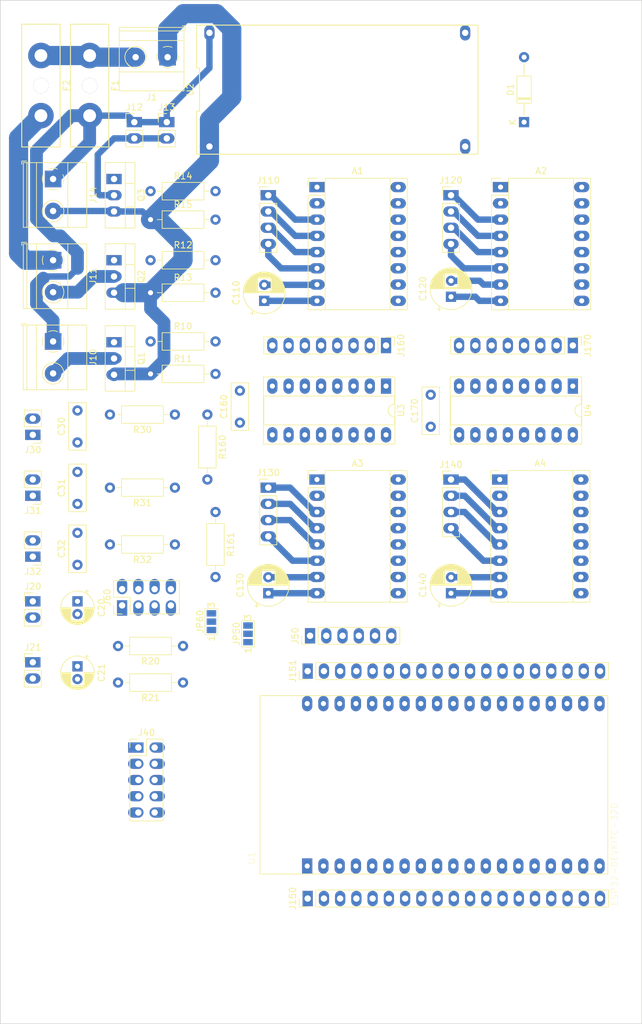
<source format=kicad_pcb>
(kicad_pcb (version 20171130) (host pcbnew "(5.0.2)-1")
  (layers (0 F.Cu signal) (31 B.Cu signal) (34 B.Paste user) (35 F.Paste user) (36 B.SilkS user) (37 F.SilkS user) (38 B.Mask user) (39 F.Mask user) (44 Edge.Cuts user))
  (net 0 "")
  (net 1 GND)
  (net 2 /Q130)
  (net 3 VCC)
  (net 4 "Net-(A1-Pad3)")
  (net 5 "Net-(A1-Pad4)")
  (net 6 "Net-(A1-Pad12)")
  (net 7 "Net-(A1-Pad5)")
  (net 8 "Net-(A1-Pad13)")
  (net 9 "Net-(A1-Pad6)")
  (net 10 "Net-(A1-Pad14)")
  (net 11 /Q128)
  (net 12 +24V)
  (net 13 /Q129)
  (net 14 /Q133)
  (net 15 "Net-(A2-Pad3)")
  (net 16 "Net-(A2-Pad4)")
  (net 17 "Net-(A2-Pad12)")
  (net 18 "Net-(A2-Pad5)")
  (net 19 "Net-(A2-Pad13)")
  (net 20 "Net-(A2-Pad6)")
  (net 21 "Net-(A2-Pad14)")
  (net 22 /Q131)
  (net 23 /Q132)
  (net 24 /Q135)
  (net 25 /Q134)
  (net 26 "Net-(A3-Pad14)")
  (net 27 "Net-(A3-Pad6)")
  (net 28 "Net-(A3-Pad13)")
  (net 29 "Net-(A3-Pad5)")
  (net 30 "Net-(A3-Pad12)")
  (net 31 "Net-(A3-Pad4)")
  (net 32 "Net-(A3-Pad3)")
  (net 33 /Q136)
  (net 34 /Q138)
  (net 35 /Q137)
  (net 36 "Net-(A4-Pad14)")
  (net 37 "Net-(A4-Pad6)")
  (net 38 "Net-(A4-Pad13)")
  (net 39 "Net-(A4-Pad5)")
  (net 40 "Net-(A4-Pad12)")
  (net 41 "Net-(A4-Pad4)")
  (net 42 "Net-(A4-Pad3)")
  (net 43 /Q139)
  (net 44 /BED_T)
  (net 45 /NOZZLE_T)
  (net 46 /X_MIN)
  (net 47 /Y_MIN)
  (net 48 /Z_MIN)
  (net 49 +5V)
  (net 50 +24V2)
  (net 51 "Net-(J10-Pad2)")
  (net 52 "Net-(J11-Pad2)")
  (net 53 "Net-(J12-Pad2)")
  (net 54 /BEEPER)
  (net 55 /BTN_ENC)
  (net 56 /BTN_EN1)
  (net 57 /~RESET)
  (net 58 /BTN_EN2)
  (net 59 /LCD_D4)
  (net 60 /LCD_RS)
  (net 61 /LCD_EN)
  (net 62 "Net-(J50-Pad2)")
  (net 63 /SD_MISO)
  (net 64 /SD_MOSI)
  (net 65 /SD_SCK)
  (net 66 /SD_CS)
  (net 67 "Net-(J60-Pad1)")
  (net 68 "Net-(J60-Pad2)")
  (net 69 "Net-(J60-Pad3)")
  (net 70 "Net-(J60-Pad4)")
  (net 71 "Net-(J60-Pad5)")
  (net 72 "Net-(J60-Pad7)")
  (net 73 /SERVO)
  (net 74 "Net-(J150-Pad18)")
  (net 75 "Net-(J150-Pad17)")
  (net 76 "Net-(J150-Pad16)")
  (net 77 /FAN)
  (net 78 /I2S_DATA)
  (net 79 /I2S_BCK)
  (net 80 /I2S_WS)
  (net 81 "Net-(J151-Pad4)")
  (net 82 "Net-(J151-Pad5)")
  (net 83 /BED)
  (net 84 "Net-(J151-Pad14)")
  (net 85 /NOZZLE)
  (net 86 "Net-(J151-Pad17)")
  (net 87 "Net-(J151-Pad18)")
  (net 88 "Net-(J151-Pad19)")
  (net 89 /Q140)
  (net 90 /Q141)
  (net 91 /Q142)
  (net 92 /Q143)
  (net 93 "Net-(Q1-Pad1)")
  (net 94 "Net-(Q2-Pad1)")
  (net 95 "Net-(Q3-Pad1)")
  (net 96 "Net-(U3-Pad9)")
  (net 97 "Net-(U4-Pad9)")
  (net 98 /PWR_IN)
  (module Felix_Common:SolderJumper-3_P1.3mm_Open_Pad1.0x1.5mm_NumberLabels_Bottom (layer F.Cu) (at 58.42 128.905 90)
    (fp_text reference JP60 (at 0 -1.8 90) (layer F.SilkS))
    (fp_text value PWR_BLT)
    (fp_text user 1 (at -2.6 0 90) (layer F.SilkS))
    (fp_text user 3 (at 2.6 0 90) (layer F.SilkS))
    (pad 1 smd rect (at -1.3 0 90) (size 1 1.5) (layers B.Cu F.Mask) (net 3 VCC))
    (pad 2 smd rect (at 0 0 90) (size 1 1.5) (layers B.Cu F.Mask) (net 68 "Net-(J60-Pad2)"))
    (pad 3 smd rect (at 1.3 0 90) (size 1 1.5) (layers B.Cu F.Mask) (net 49 +5V))
  )
  (module Felix_Common:SolderJumper-3_P1.3mm_Open_Pad1.0x1.5mm_NumberLabels_Bottom (layer F.Cu) (at 64.135 130.81 90)
    (fp_text reference JP50 (at 0 -1.8 90) (layer F.SilkS))
    (fp_text value PWR_SD)
    (fp_text user 3 (at 2.6 0 90) (layer F.SilkS))
    (fp_text user 1 (at -2.6 0 90) (layer F.SilkS))
    (pad 3 smd rect (at 1.3 0 90) (size 1 1.5) (layers B.Cu F.Mask) (net 49 +5V))
    (pad 2 smd rect (at 0 0 90) (size 1 1.5) (layers B.Cu F.Mask) (net 62 "Net-(J50-Pad2)"))
    (pad 1 smd rect (at -1.3 0 90) (size 1 1.5) (layers B.Cu F.Mask) (net 3 VCC))
  )
  (module Felix_Common:TerminalBlock_ScrewTerminal_1x02_P5.00mm_Horizontal (layer F.Cu) (at 33.655 59.69 270)
    (fp_text reference J14 (at 2.5 -6.26 270) (layer F.SilkS))
    (fp_text value FAN_ALWAYS)
    (pad 1 thru_hole rect (at 0 0 270) (size 2.6 2.6) (drill 1) (layers *.Cu *.Mask) (net 12 +24V))
    (pad 2 thru_hole circle (at 5 0 270) (size 2.6 2.6) (drill 1) (layers *.Cu *.Mask) (net 1 GND))
  )
  (module Felix_Common:CP_Radial_D6.3mm_P2.50mm (layer F.Cu) (at 66.675 78.74 90)
    (fp_text reference C110 (at 1.25 -4.4 90) (layer F.SilkS))
    (fp_text value 100uF)
    (pad 2 thru_hole circle (at 2.5 0 90) (size 1.6 1.6) (drill 0.8) (layers *.Cu *.Mask) (net 1 GND))
    (pad 1 thru_hole rect (at 0 0 90) (size 1.6 1.6) (drill 0.8) (layers *.Cu *.Mask) (net 12 +24V))
  )
  (module Felix_Common:CP_Radial_D6.3mm_P2.50mm (layer F.Cu) (at 95.885 78.105 90)
    (fp_text reference C120 (at 1.25 -4.4 90) (layer F.SilkS))
    (fp_text value 100uF)
    (pad 1 thru_hole rect (at 0 0 90) (size 1.6 1.6) (drill 0.8) (layers *.Cu *.Mask) (net 12 +24V))
    (pad 2 thru_hole circle (at 2.5 0 90) (size 1.6 1.6) (drill 0.8) (layers *.Cu *.Mask) (net 1 GND))
  )
  (module Felix_Common:D_DO-35_SOD27_P10.16mm_Horizontal (layer F.Cu) (at 107.315 50.8 90)
    (fp_text reference D1 (at 5.08 -2.12 90) (layer F.SilkS))
    (fp_text value 1N5819)
    (fp_text user K (at 0 -1.8 90) (layer F.SilkS))
    (pad 1 thru_hole rect (at 0 0 90) (size 1.6 1.6) (drill 0.8) (layers *.Cu *.Mask) (net 12 +24V))
    (pad 2 thru_hole oval (at 10.16 0 90) (size 1.6 1.6) (drill 0.8) (layers *.Cu *.Mask) (net 49 +5V))
  )
  (module Felix_Specials:Fuse_ESKA_380.000 (layer F.Cu) (at 31.75 45.085 90)
    (fp_text reference F2 (at 0 4 90) (layer F.SilkS))
    (fp_text value "10A (Bed)")
    (pad "" thru_hole circle (at 0 0 90) (size 2.4 2.4) (drill 2.4) (layers *.Cu *.Mask))
    (pad 2 thru_hole circle (at 4.7 0 90) (size 4 4) (drill 2) (layers *.Cu *.Mask) (net 98 /PWR_IN))
    (pad 1 thru_hole circle (at -4.7 0 90) (size 4 4) (drill 2) (layers *.Cu *.Mask) (net 50 +24V2))
  )
  (module Felix_Common:TerminalBlock_ScrewTerminal_1x02_P5.00mm_Horizontal (layer F.Cu) (at 33.655 72.39 270)
    (fp_text reference J11 (at 2.5 -6.26 270) (layer F.SilkS))
    (fp_text value BED)
    (pad 1 thru_hole rect (at 0 0 270) (size 2.6 2.6) (drill 1) (layers *.Cu *.Mask) (net 50 +24V2))
    (pad 2 thru_hole circle (at 5 0 270) (size 2.6 2.6) (drill 1) (layers *.Cu *.Mask) (net 52 "Net-(J11-Pad2)"))
  )
  (module Felix_Common:PinHeader_1x02_P2.54mm_Vertical_LongPads (layer F.Cu) (at 46.355 50.8)
    (fp_text reference J12 (at 0 -2.33) (layer F.SilkS))
    (fp_text value FAN1)
    (pad 1 thru_hole rect (at 0 0) (size 2.4 1.6) (drill 1) (layers *.Cu *.Mask) (net 12 +24V))
    (pad 2 thru_hole oval (at 0 2.54) (size 2.4 1.6) (drill 1) (layers *.Cu *.Mask) (net 53 "Net-(J12-Pad2)"))
  )
  (module Felix_Specials:Pololu_Breakout-16_15.2x20.3mm_LongPads (layer F.Cu) (at 103.632 60.96)
    (fp_text reference A2 (at 6.35 -2.54) (layer F.SilkS))
    (fp_text value DRIVER_Y)
    (pad 1 thru_hole rect (at 0 0) (size 2.4 1.6) (drill 0.8) (layers *.Cu *.Mask) (net 1 GND))
    (pad 9 thru_hole oval (at 12.7 17.78) (size 2.4 1.6) (drill 0.8) (layers *.Cu *.Mask) (net 14 /Q133))
    (pad 2 thru_hole oval (at 0 2.54) (size 2.4 1.6) (drill 0.8) (layers *.Cu *.Mask) (net 3 VCC))
    (pad 10 thru_hole oval (at 12.7 15.24) (size 2.4 1.6) (drill 0.8) (layers *.Cu *.Mask) (net 3 VCC))
    (pad 3 thru_hole oval (at 0 5.08) (size 2.4 1.6) (drill 0.8) (layers *.Cu *.Mask) (net 15 "Net-(A2-Pad3)"))
    (pad 11 thru_hole oval (at 12.7 12.7) (size 2.4 1.6) (drill 0.8) (layers *.Cu *.Mask) (net 3 VCC))
    (pad 4 thru_hole oval (at 0 7.62) (size 2.4 1.6) (drill 0.8) (layers *.Cu *.Mask) (net 16 "Net-(A2-Pad4)"))
    (pad 12 thru_hole oval (at 12.7 10.16) (size 2.4 1.6) (drill 0.8) (layers *.Cu *.Mask) (net 17 "Net-(A2-Pad12)"))
    (pad 5 thru_hole oval (at 0 10.16) (size 2.4 1.6) (drill 0.8) (layers *.Cu *.Mask) (net 18 "Net-(A2-Pad5)"))
    (pad 13 thru_hole oval (at 12.7 7.62) (size 2.4 1.6) (drill 0.8) (layers *.Cu *.Mask) (net 19 "Net-(A2-Pad13)"))
    (pad 6 thru_hole oval (at 0 12.7) (size 2.4 1.6) (drill 0.8) (layers *.Cu *.Mask) (net 20 "Net-(A2-Pad6)"))
    (pad 14 thru_hole oval (at 12.7 5.08) (size 2.4 1.6) (drill 0.8) (layers *.Cu *.Mask) (net 21 "Net-(A2-Pad14)"))
    (pad 7 thru_hole oval (at 0 15.24) (size 2.4 1.6) (drill 0.8) (layers *.Cu *.Mask) (net 1 GND))
    (pad 15 thru_hole oval (at 12.7 2.54) (size 2.4 1.6) (drill 0.8) (layers *.Cu *.Mask) (net 22 /Q131))
    (pad 8 thru_hole oval (at 0 17.78) (size 2.4 1.6) (drill 0.8) (layers *.Cu *.Mask) (net 12 +24V))
    (pad 16 thru_hole oval (at 12.7 0) (size 2.4 1.6) (drill 0.8) (layers *.Cu *.Mask) (net 23 /Q132))
  )
  (module Felix_Specials:Fuse_ESKA_380.000 (layer F.Cu) (at 39.37 45.085 90)
    (fp_text reference F1 (at 0 4 90) (layer F.SilkS))
    (fp_text value "3A (Rest)")
    (pad 1 thru_hole circle (at -4.7 0 90) (size 4 4) (drill 2) (layers *.Cu *.Mask) (net 12 +24V))
    (pad 2 thru_hole circle (at 4.7 0 90) (size 4 4) (drill 2) (layers *.Cu *.Mask) (net 98 /PWR_IN))
    (pad "" thru_hole circle (at 0 0 90) (size 2.4 2.4) (drill 2.4) (layers *.Cu *.Mask))
  )
  (module Felix_Specials:Pololu_Breakout-16_15.2x20.3mm_LongPads (layer F.Cu) (at 74.93 60.96)
    (fp_text reference A1 (at 6.35 -2.54) (layer F.SilkS))
    (fp_text value DRIVER_X)
    (pad 1 thru_hole rect (at 0 0) (size 2.4 1.6) (drill 0.8) (layers *.Cu *.Mask) (net 1 GND))
    (pad 9 thru_hole oval (at 12.7 17.78) (size 2.4 1.6) (drill 0.8) (layers *.Cu *.Mask) (net 2 /Q130))
    (pad 2 thru_hole oval (at 0 2.54) (size 2.4 1.6) (drill 0.8) (layers *.Cu *.Mask) (net 3 VCC))
    (pad 10 thru_hole oval (at 12.7 15.24) (size 2.4 1.6) (drill 0.8) (layers *.Cu *.Mask) (net 3 VCC))
    (pad 3 thru_hole oval (at 0 5.08) (size 2.4 1.6) (drill 0.8) (layers *.Cu *.Mask) (net 4 "Net-(A1-Pad3)"))
    (pad 11 thru_hole oval (at 12.7 12.7) (size 2.4 1.6) (drill 0.8) (layers *.Cu *.Mask) (net 3 VCC))
    (pad 4 thru_hole oval (at 0 7.62) (size 2.4 1.6) (drill 0.8) (layers *.Cu *.Mask) (net 5 "Net-(A1-Pad4)"))
    (pad 12 thru_hole oval (at 12.7 10.16) (size 2.4 1.6) (drill 0.8) (layers *.Cu *.Mask) (net 6 "Net-(A1-Pad12)"))
    (pad 5 thru_hole oval (at 0 10.16) (size 2.4 1.6) (drill 0.8) (layers *.Cu *.Mask) (net 7 "Net-(A1-Pad5)"))
    (pad 13 thru_hole oval (at 12.7 7.62) (size 2.4 1.6) (drill 0.8) (layers *.Cu *.Mask) (net 8 "Net-(A1-Pad13)"))
    (pad 6 thru_hole oval (at 0 12.7) (size 2.4 1.6) (drill 0.8) (layers *.Cu *.Mask) (net 9 "Net-(A1-Pad6)"))
    (pad 14 thru_hole oval (at 12.7 5.08) (size 2.4 1.6) (drill 0.8) (layers *.Cu *.Mask) (net 10 "Net-(A1-Pad14)"))
    (pad 7 thru_hole oval (at 0 15.24) (size 2.4 1.6) (drill 0.8) (layers *.Cu *.Mask) (net 1 GND))
    (pad 15 thru_hole oval (at 12.7 2.54) (size 2.4 1.6) (drill 0.8) (layers *.Cu *.Mask) (net 11 /Q128))
    (pad 8 thru_hole oval (at 0 17.78) (size 2.4 1.6) (drill 0.8) (layers *.Cu *.Mask) (net 12 +24V))
    (pad 16 thru_hole oval (at 12.7 0) (size 2.4 1.6) (drill 0.8) (layers *.Cu *.Mask) (net 13 /Q129))
  )
  (module Felix_Common:TerminalBlock_ScrewTerminal_1x02_P5.00mm_Horizontal (layer F.Cu) (at 51.562 40.64 180)
    (fp_text reference J1 (at 2.5 -6.26 180) (layer F.SilkS))
    (fp_text value 24V_IN)
    (pad 2 thru_hole circle (at 5 0 180) (size 2.6 2.6) (drill 1) (layers *.Cu *.Mask) (net 98 /PWR_IN))
    (pad 1 thru_hole rect (at 0 0 180) (size 2.6 2.6) (drill 1) (layers *.Cu *.Mask) (net 1 GND))
  )
  (module Felix_Common:PinHeader_1x02_P2.54mm_Vertical_LongPads (layer F.Cu) (at 51.435 50.8)
    (fp_text reference J13 (at 0 -2.33) (layer F.SilkS))
    (fp_text value FAN2)
    (pad 2 thru_hole oval (at 0 2.54) (size 2.4 1.6) (drill 1) (layers *.Cu *.Mask) (net 53 "Net-(J12-Pad2)"))
    (pad 1 thru_hole rect (at 0 0) (size 2.4 1.6) (drill 1) (layers *.Cu *.Mask) (net 12 +24V))
  )
  (module Felix_Common:TerminalBlock_ScrewTerminal_1x02_P5.00mm_Horizontal (layer F.Cu) (at 33.655 85.09 270)
    (fp_text reference J10 (at 2.5 -6.26 270) (layer F.SilkS))
    (fp_text value NOZZLE)
    (pad 2 thru_hole circle (at 5 0 270) (size 2.6 2.6) (drill 1) (layers *.Cu *.Mask) (net 51 "Net-(J10-Pad2)"))
    (pad 1 thru_hole rect (at 0 0 270) (size 2.6 2.6) (drill 1) (layers *.Cu *.Mask) (net 12 +24V))
  )
  (module Felix_Common:PinHeader_1x04_P2.54mm_Vertical_LongPads (layer F.Cu) (at 67.31 62.23)
    (fp_text reference J110 (at 0 -2.33) (layer F.SilkS))
    (fp_text value MOTOR_X)
    (pad 4 thru_hole oval (at 0 7.62) (size 2.4 1.6) (drill 1) (layers *.Cu *.Mask) (net 9 "Net-(A1-Pad6)"))
    (pad 3 thru_hole oval (at 0 5.08) (size 2.4 1.6) (drill 1) (layers *.Cu *.Mask) (net 7 "Net-(A1-Pad5)"))
    (pad 2 thru_hole oval (at 0 2.54) (size 2.4 1.6) (drill 1) (layers *.Cu *.Mask) (net 5 "Net-(A1-Pad4)"))
    (pad 1 thru_hole rect (at 0 0) (size 2.4 1.6) (drill 1) (layers *.Cu *.Mask) (net 4 "Net-(A1-Pad3)"))
  )
  (module Felix_Common:PinHeader_1x04_P2.54mm_Vertical_LongPads (layer F.Cu) (at 95.885 62.23)
    (fp_text reference J120 (at 0 -2.33) (layer F.SilkS))
    (fp_text value MOTOR_Y)
    (pad 1 thru_hole rect (at 0 0) (size 2.4 1.6) (drill 1) (layers *.Cu *.Mask) (net 15 "Net-(A2-Pad3)"))
    (pad 2 thru_hole oval (at 0 2.54) (size 2.4 1.6) (drill 1) (layers *.Cu *.Mask) (net 16 "Net-(A2-Pad4)"))
    (pad 3 thru_hole oval (at 0 5.08) (size 2.4 1.6) (drill 1) (layers *.Cu *.Mask) (net 18 "Net-(A2-Pad5)"))
    (pad 4 thru_hole oval (at 0 7.62) (size 2.4 1.6) (drill 1) (layers *.Cu *.Mask) (net 20 "Net-(A2-Pad6)"))
  )
  (module Felix_Common:TO-220-3_Vertical_LongPads (layer F.Cu) (at 43.18 72.39 270)
    (fp_text reference Q2 (at 2.54 -4.27 270) (layer F.SilkS))
    (fp_text value IRLB8743)
    (pad 1 thru_hole rect (at 0 0 270) (size 1.6 2.4) (drill 1) (layers *.Cu *.Mask) (net 94 "Net-(Q2-Pad1)"))
    (pad 2 thru_hole oval (at 2.54 0 270) (size 1.6 2.4) (drill 1) (layers *.Cu *.Mask) (net 52 "Net-(J11-Pad2)"))
    (pad 3 thru_hole oval (at 5.08 0 270) (size 1.6 2.4) (drill 1) (layers *.Cu *.Mask) (net 1 GND))
  )
  (module Felix_Common:R_Axial_DIN0207_L6.3mm_D2.5mm_P10.16mm_Horizontal (layer F.Cu) (at 48.895 85.09)
    (fp_text reference R10 (at 5.08 -2.37) (layer F.SilkS))
    (fp_text value 10)
    (pad 2 thru_hole oval (at 10.16 0) (size 1.6 1.6) (drill 0.8) (layers *.Cu *.Mask) (net 85 /NOZZLE))
    (pad 1 thru_hole circle (at 0 0) (size 1.6 1.6) (drill 0.8) (layers *.Cu *.Mask) (net 93 "Net-(Q1-Pad1)"))
  )
  (module Felix_Common:R_Axial_DIN0207_L6.3mm_D2.5mm_P10.16mm_Horizontal (layer F.Cu) (at 48.895 90.17)
    (fp_text reference R11 (at 5.08 -2.37) (layer F.SilkS))
    (fp_text value 100k)
    (pad 2 thru_hole oval (at 10.16 0) (size 1.6 1.6) (drill 0.8) (layers *.Cu *.Mask) (net 85 /NOZZLE))
    (pad 1 thru_hole circle (at 0 0) (size 1.6 1.6) (drill 0.8) (layers *.Cu *.Mask) (net 1 GND))
  )
  (module Felix_Common:TO-220-3_Vertical_LongPads (layer F.Cu) (at 43.18 85.217 270)
    (fp_text reference Q1 (at 2.54 -4.27 270) (layer F.SilkS))
    (fp_text value IRLZ44N)
    (pad 3 thru_hole oval (at 5.08 0 270) (size 1.6 2.4) (drill 1) (layers *.Cu *.Mask) (net 1 GND))
    (pad 2 thru_hole oval (at 2.54 0 270) (size 1.6 2.4) (drill 1) (layers *.Cu *.Mask) (net 51 "Net-(J10-Pad2)"))
    (pad 1 thru_hole rect (at 0 0 270) (size 1.6 2.4) (drill 1) (layers *.Cu *.Mask) (net 93 "Net-(Q1-Pad1)"))
  )
  (module Felix_Common:TO-220-3_Vertical_LongPads (layer F.Cu) (at 43.18 59.69 270)
    (fp_text reference Q3 (at 2.54 -4.27 270) (layer F.SilkS))
    (fp_text value IRLZ44N)
    (pad 1 thru_hole rect (at 0 0 270) (size 1.6 2.4) (drill 1) (layers *.Cu *.Mask) (net 95 "Net-(Q3-Pad1)"))
    (pad 2 thru_hole oval (at 2.54 0 270) (size 1.6 2.4) (drill 1) (layers *.Cu *.Mask) (net 53 "Net-(J12-Pad2)"))
    (pad 3 thru_hole oval (at 5.08 0 270) (size 1.6 2.4) (drill 1) (layers *.Cu *.Mask) (net 1 GND))
  )
  (module Felix_Common:PinHeader_1x08_P2.54mm_Vertical_LongPads (layer F.Cu) (at 114.935 85.725 270)
    (fp_text reference J170 (at 0 -2.33 270) (layer F.SilkS))
    (fp_text value Conn_01x08)
    (pad 1 thru_hole rect (at 0 0 270) (size 2.4 1.6) (drill 1) (layers *.Cu *.Mask) (net 33 /Q136))
    (pad 2 thru_hole oval (at 0 2.54 270) (size 2.4 1.6) (drill 1) (layers *.Cu *.Mask) (net 35 /Q137))
    (pad 3 thru_hole oval (at 0 5.08 270) (size 2.4 1.6) (drill 1) (layers *.Cu *.Mask) (net 34 /Q138))
    (pad 4 thru_hole oval (at 0 7.62 270) (size 2.4 1.6) (drill 1) (layers *.Cu *.Mask) (net 43 /Q139))
    (pad 5 thru_hole oval (at 0 10.16 270) (size 2.4 1.6) (drill 1) (layers *.Cu *.Mask) (net 89 /Q140))
    (pad 6 thru_hole oval (at 0 12.7 270) (size 2.4 1.6) (drill 1) (layers *.Cu *.Mask) (net 90 /Q141))
    (pad 7 thru_hole oval (at 0 15.24 270) (size 2.4 1.6) (drill 1) (layers *.Cu *.Mask) (net 91 /Q142))
    (pad 8 thru_hole oval (at 0 17.78 270) (size 2.4 1.6) (drill 1) (layers *.Cu *.Mask) (net 92 /Q143))
  )
  (module Felix_Common:PinHeader_1x08_P2.54mm_Vertical_LongPads (layer F.Cu) (at 85.725 85.725 270)
    (fp_text reference J160 (at 0 -2.33 270) (layer F.SilkS))
    (fp_text value Conn_01x08)
    (pad 8 thru_hole oval (at 0 17.78 270) (size 2.4 1.6) (drill 1) (layers *.Cu *.Mask) (net 24 /Q135))
    (pad 7 thru_hole oval (at 0 15.24 270) (size 2.4 1.6) (drill 1) (layers *.Cu *.Mask) (net 25 /Q134))
    (pad 6 thru_hole oval (at 0 12.7 270) (size 2.4 1.6) (drill 1) (layers *.Cu *.Mask) (net 14 /Q133))
    (pad 5 thru_hole oval (at 0 10.16 270) (size 2.4 1.6) (drill 1) (layers *.Cu *.Mask) (net 23 /Q132))
    (pad 4 thru_hole oval (at 0 7.62 270) (size 2.4 1.6) (drill 1) (layers *.Cu *.Mask) (net 22 /Q131))
    (pad 3 thru_hole oval (at 0 5.08 270) (size 2.4 1.6) (drill 1) (layers *.Cu *.Mask) (net 2 /Q130))
    (pad 2 thru_hole oval (at 0 2.54 270) (size 2.4 1.6) (drill 1) (layers *.Cu *.Mask) (net 13 /Q129))
    (pad 1 thru_hole rect (at 0 0 270) (size 2.4 1.6) (drill 1) (layers *.Cu *.Mask) (net 11 /Q128))
  )
  (module Felix_Common:R_Axial_DIN0207_L6.3mm_D2.5mm_P10.16mm_Horizontal (layer F.Cu) (at 48.895 61.595)
    (fp_text reference R14 (at 5.08 -2.37) (layer F.SilkS))
    (fp_text value 10)
    (pad 1 thru_hole circle (at 0 0) (size 1.6 1.6) (drill 0.8) (layers *.Cu *.Mask) (net 95 "Net-(Q3-Pad1)"))
    (pad 2 thru_hole oval (at 10.16 0) (size 1.6 1.6) (drill 0.8) (layers *.Cu *.Mask) (net 77 /FAN))
  )
  (module Felix_Common:R_Axial_DIN0207_L6.3mm_D2.5mm_P10.16mm_Horizontal (layer F.Cu) (at 48.895 66.04)
    (fp_text reference R15 (at 5.08 -2.37) (layer F.SilkS))
    (fp_text value 100k)
    (pad 1 thru_hole circle (at 0 0) (size 1.6 1.6) (drill 0.8) (layers *.Cu *.Mask) (net 1 GND))
    (pad 2 thru_hole oval (at 10.16 0) (size 1.6 1.6) (drill 0.8) (layers *.Cu *.Mask) (net 77 /FAN))
  )
  (module Felix_Common:R_Axial_DIN0207_L6.3mm_D2.5mm_P10.16mm_Horizontal (layer F.Cu) (at 48.895 72.39)
    (fp_text reference R12 (at 5.08 -2.37) (layer F.SilkS))
    (fp_text value 10)
    (pad 2 thru_hole oval (at 10.16 0) (size 1.6 1.6) (drill 0.8) (layers *.Cu *.Mask) (net 83 /BED))
    (pad 1 thru_hole circle (at 0 0) (size 1.6 1.6) (drill 0.8) (layers *.Cu *.Mask) (net 94 "Net-(Q2-Pad1)"))
  )
  (module Felix_Common:R_Axial_DIN0207_L6.3mm_D2.5mm_P10.16mm_Horizontal (layer F.Cu) (at 48.895 77.47)
    (fp_text reference R13 (at 5.08 -2.37) (layer F.SilkS))
    (fp_text value 100k)
    (pad 1 thru_hole circle (at 0 0) (size 1.6 1.6) (drill 0.8) (layers *.Cu *.Mask) (net 1 GND))
    (pad 2 thru_hole oval (at 10.16 0) (size 1.6 1.6) (drill 0.8) (layers *.Cu *.Mask) (net 83 /BED))
  )
  (module Felix_Specials:Module_LM2596_DC-DC (layer F.Cu) (at 78.105 45.72)
    (fp_text reference U2 (at -23 0 90) (layer F.SilkS))
    (fp_text value DcStepDown_LM2596)
    (pad 1 thru_hole oval (at -20 -8.89) (size 1.6 2.4) (drill 1) (layers *.Cu *.Mask) (net 12 +24V))
    (pad 2 thru_hole oval (at -20 8.89) (size 1.6 2.4) (drill 1) (layers *.Cu *.Mask) (net 1 GND))
    (pad 3 thru_hole oval (at 20 -8.89) (size 1.6 2.4) (drill 1) (layers *.Cu *.Mask) (net 49 +5V))
    (pad 4 thru_hole oval (at 20 8.89) (size 1.6 2.4) (drill 1) (layers *.Cu *.Mask) (net 1 GND))
  )
  (module Felix_Specials:Pololu_Breakout-16_15.2x20.3mm_LongPads (layer F.Cu) (at 103.505 106.68)
    (fp_text reference A4 (at 6.35 -2.54) (layer F.SilkS))
    (fp_text value DRIVER_E)
    (pad 16 thru_hole oval (at 12.7 0) (size 2.4 1.6) (drill 0.8) (layers *.Cu *.Mask) (net 34 /Q138))
    (pad 8 thru_hole oval (at 0 17.78) (size 2.4 1.6) (drill 0.8) (layers *.Cu *.Mask) (net 12 +24V))
    (pad 15 thru_hole oval (at 12.7 2.54) (size 2.4 1.6) (drill 0.8) (layers *.Cu *.Mask) (net 35 /Q137))
    (pad 7 thru_hole oval (at 0 15.24) (size 2.4 1.6) (drill 0.8) (layers *.Cu *.Mask) (net 1 GND))
    (pad 14 thru_hole oval (at 12.7 5.08) (size 2.4 1.6) (drill 0.8) (layers *.Cu *.Mask) (net 36 "Net-(A4-Pad14)"))
    (pad 6 thru_hole oval (at 0 12.7) (size 2.4 1.6) (drill 0.8) (layers *.Cu *.Mask) (net 37 "Net-(A4-Pad6)"))
    (pad 13 thru_hole oval (at 12.7 7.62) (size 2.4 1.6) (drill 0.8) (layers *.Cu *.Mask) (net 38 "Net-(A4-Pad13)"))
    (pad 5 thru_hole oval (at 0 10.16) (size 2.4 1.6) (drill 0.8) (layers *.Cu *.Mask) (net 39 "Net-(A4-Pad5)"))
    (pad 12 thru_hole oval (at 12.7 10.16) (size 2.4 1.6) (drill 0.8) (layers *.Cu *.Mask) (net 40 "Net-(A4-Pad12)"))
    (pad 4 thru_hole oval (at 0 7.62) (size 2.4 1.6) (drill 0.8) (layers *.Cu *.Mask) (net 41 "Net-(A4-Pad4)"))
    (pad 11 thru_hole oval (at 12.7 12.7) (size 2.4 1.6) (drill 0.8) (layers *.Cu *.Mask) (net 3 VCC))
    (pad 3 thru_hole oval (at 0 5.08) (size 2.4 1.6) (drill 0.8) (layers *.Cu *.Mask) (net 42 "Net-(A4-Pad3)"))
    (pad 10 thru_hole oval (at 12.7 15.24) (size 2.4 1.6) (drill 0.8) (layers *.Cu *.Mask) (net 3 VCC))
    (pad 2 thru_hole oval (at 0 2.54) (size 2.4 1.6) (drill 0.8) (layers *.Cu *.Mask) (net 3 VCC))
    (pad 9 thru_hole oval (at 12.7 17.78) (size 2.4 1.6) (drill 0.8) (layers *.Cu *.Mask) (net 43 /Q139))
    (pad 1 thru_hole rect (at 0 0) (size 2.4 1.6) (drill 0.8) (layers *.Cu *.Mask) (net 1 GND))
  )
  (module Felix_Common:CP_Radial_D6.3mm_P2.50mm (layer F.Cu) (at 95.885 124.46 90)
    (fp_text reference C140 (at 1.25 -4.4 90) (layer F.SilkS))
    (fp_text value 100uF)
    (pad 1 thru_hole rect (at 0 0 90) (size 1.6 1.6) (drill 0.8) (layers *.Cu *.Mask) (net 12 +24V))
    (pad 2 thru_hole circle (at 2.5 0 90) (size 1.6 1.6) (drill 0.8) (layers *.Cu *.Mask) (net 1 GND))
  )
  (module Felix_Common:PinHeader_1x04_P2.54mm_Vertical_LongPads (layer F.Cu) (at 95.885 106.68)
    (fp_text reference J140 (at 0 -2.33) (layer F.SilkS))
    (fp_text value MOTOR_E)
    (pad 1 thru_hole rect (at 0 0) (size 2.4 1.6) (drill 1) (layers *.Cu *.Mask) (net 42 "Net-(A4-Pad3)"))
    (pad 2 thru_hole oval (at 0 2.54) (size 2.4 1.6) (drill 1) (layers *.Cu *.Mask) (net 41 "Net-(A4-Pad4)"))
    (pad 3 thru_hole oval (at 0 5.08) (size 2.4 1.6) (drill 1) (layers *.Cu *.Mask) (net 39 "Net-(A4-Pad5)"))
    (pad 4 thru_hole oval (at 0 7.62) (size 2.4 1.6) (drill 1) (layers *.Cu *.Mask) (net 37 "Net-(A4-Pad6)"))
  )
  (module Felix_Specials:Pololu_Breakout-16_15.2x20.3mm_LongPads (layer F.Cu) (at 74.93 106.68)
    (fp_text reference A3 (at 6.35 -2.54) (layer F.SilkS))
    (fp_text value DRIVER_Z)
    (pad 16 thru_hole oval (at 12.7 0) (size 2.4 1.6) (drill 0.8) (layers *.Cu *.Mask) (net 24 /Q135))
    (pad 8 thru_hole oval (at 0 17.78) (size 2.4 1.6) (drill 0.8) (layers *.Cu *.Mask) (net 12 +24V))
    (pad 15 thru_hole oval (at 12.7 2.54) (size 2.4 1.6) (drill 0.8) (layers *.Cu *.Mask) (net 25 /Q134))
    (pad 7 thru_hole oval (at 0 15.24) (size 2.4 1.6) (drill 0.8) (layers *.Cu *.Mask) (net 1 GND))
    (pad 14 thru_hole oval (at 12.7 5.08) (size 2.4 1.6) (drill 0.8) (layers *.Cu *.Mask) (net 26 "Net-(A3-Pad14)"))
    (pad 6 thru_hole oval (at 0 12.7) (size 2.4 1.6) (drill 0.8) (layers *.Cu *.Mask) (net 27 "Net-(A3-Pad6)"))
    (pad 13 thru_hole oval (at 12.7 7.62) (size 2.4 1.6) (drill 0.8) (layers *.Cu *.Mask) (net 28 "Net-(A3-Pad13)"))
    (pad 5 thru_hole oval (at 0 10.16) (size 2.4 1.6) (drill 0.8) (layers *.Cu *.Mask) (net 29 "Net-(A3-Pad5)"))
    (pad 12 thru_hole oval (at 12.7 10.16) (size 2.4 1.6) (drill 0.8) (layers *.Cu *.Mask) (net 30 "Net-(A3-Pad12)"))
    (pad 4 thru_hole oval (at 0 7.62) (size 2.4 1.6) (drill 0.8) (layers *.Cu *.Mask) (net 31 "Net-(A3-Pad4)"))
    (pad 11 thru_hole oval (at 12.7 12.7) (size 2.4 1.6) (drill 0.8) (layers *.Cu *.Mask) (net 3 VCC))
    (pad 3 thru_hole oval (at 0 5.08) (size 2.4 1.6) (drill 0.8) (layers *.Cu *.Mask) (net 32 "Net-(A3-Pad3)"))
    (pad 10 thru_hole oval (at 12.7 15.24) (size 2.4 1.6) (drill 0.8) (layers *.Cu *.Mask) (net 3 VCC))
    (pad 2 thru_hole oval (at 0 2.54) (size 2.4 1.6) (drill 0.8) (layers *.Cu *.Mask) (net 3 VCC))
    (pad 9 thru_hole oval (at 12.7 17.78) (size 2.4 1.6) (drill 0.8) (layers *.Cu *.Mask) (net 33 /Q136))
    (pad 1 thru_hole rect (at 0 0) (size 2.4 1.6) (drill 0.8) (layers *.Cu *.Mask) (net 1 GND))
  )
  (module Felix_Common:CP_Radial_D6.3mm_P2.50mm (layer F.Cu) (at 67.31 124.46 90)
    (fp_text reference C130 (at 1.25 -4.4 90) (layer F.SilkS))
    (fp_text value 100uF)
    (pad 2 thru_hole circle (at 2.5 0 90) (size 1.6 1.6) (drill 0.8) (layers *.Cu *.Mask) (net 1 GND))
    (pad 1 thru_hole rect (at 0 0 90) (size 1.6 1.6) (drill 0.8) (layers *.Cu *.Mask) (net 12 +24V))
  )
  (module Felix_Common:PinHeader_1x04_P2.54mm_Vertical_LongPads (layer F.Cu) (at 67.31 107.95)
    (fp_text reference J130 (at 0 -2.33) (layer F.SilkS))
    (fp_text value MOTOR_Z)
    (pad 4 thru_hole oval (at 0 7.62) (size 2.4 1.6) (drill 1) (layers *.Cu *.Mask) (net 27 "Net-(A3-Pad6)"))
    (pad 3 thru_hole oval (at 0 5.08) (size 2.4 1.6) (drill 1) (layers *.Cu *.Mask) (net 29 "Net-(A3-Pad5)"))
    (pad 2 thru_hole oval (at 0 2.54) (size 2.4 1.6) (drill 1) (layers *.Cu *.Mask) (net 31 "Net-(A3-Pad4)"))
    (pad 1 thru_hole rect (at 0 0) (size 2.4 1.6) (drill 1) (layers *.Cu *.Mask) (net 32 "Net-(A3-Pad3)"))
  )
  (module Felix_Common:PinHeader_1x06_P2.54mm_Vertical_LongPads (layer F.Cu) (at 73.843335 131.115806 90)
    (fp_text reference J50 (at 0 -2.33 90) (layer F.SilkS))
    (fp_text value SD_Card)
    (pad 1 thru_hole rect (at 0 0 90) (size 2.4 1.6) (drill 1) (layers *.Cu *.Mask) (net 1 GND))
    (pad 2 thru_hole oval (at 0 2.54 90) (size 2.4 1.6) (drill 1) (layers *.Cu *.Mask) (net 62 "Net-(J50-Pad2)"))
    (pad 3 thru_hole oval (at 0 5.08 90) (size 2.4 1.6) (drill 1) (layers *.Cu *.Mask) (net 63 /SD_MISO))
    (pad 4 thru_hole oval (at 0 7.62 90) (size 2.4 1.6) (drill 1) (layers *.Cu *.Mask) (net 64 /SD_MOSI))
    (pad 5 thru_hole oval (at 0 10.16 90) (size 2.4 1.6) (drill 1) (layers *.Cu *.Mask) (net 65 /SD_SCK))
    (pad 6 thru_hole oval (at 0 12.7 90) (size 2.4 1.6) (drill 1) (layers *.Cu *.Mask) (net 66 /SD_CS))
  )
  (module Felix_Common:PinHeader_1x19_P2.54mm_Vertical_LongPads (layer F.Cu) (at 73.468334 172.200807 90)
    (fp_text reference J150 (at 0 -2.33 90) (layer F.SilkS))
    (fp_text value Conn_01x19)
    (pad 19 thru_hole oval (at 0 45.72 90) (size 2.4 1.6) (drill 1) (layers *.Cu *.Mask) (net 49 +5V))
    (pad 18 thru_hole oval (at 0 43.18 90) (size 2.4 1.6) (drill 1) (layers *.Cu *.Mask) (net 74 "Net-(J150-Pad18)"))
    (pad 17 thru_hole oval (at 0 40.64 90) (size 2.4 1.6) (drill 1) (layers *.Cu *.Mask) (net 75 "Net-(J150-Pad17)"))
    (pad 16 thru_hole oval (at 0 38.1 90) (size 2.4 1.6) (drill 1) (layers *.Cu *.Mask) (net 76 "Net-(J150-Pad16)"))
    (pad 15 thru_hole oval (at 0 35.56 90) (size 2.4 1.6) (drill 1) (layers *.Cu *.Mask) (net 77 /FAN))
    (pad 14 thru_hole oval (at 0 33.02 90) (size 2.4 1.6) (drill 1) (layers *.Cu *.Mask) (net 1 GND))
    (pad 13 thru_hole oval (at 0 30.48 90) (size 2.4 1.6) (drill 1) (layers *.Cu *.Mask) (net 56 /BTN_EN1))
    (pad 12 thru_hole oval (at 0 27.94 90) (size 2.4 1.6) (drill 1) (layers *.Cu *.Mask) (net 58 /BTN_EN2))
    (pad 11 thru_hole oval (at 0 25.4 90) (size 2.4 1.6) (drill 1) (layers *.Cu *.Mask) (net 78 /I2S_DATA))
    (pad 10 thru_hole oval (at 0 22.86 90) (size 2.4 1.6) (drill 1) (layers *.Cu *.Mask) (net 79 /I2S_BCK))
    (pad 9 thru_hole oval (at 0 20.32 90) (size 2.4 1.6) (drill 1) (layers *.Cu *.Mask) (net 80 /I2S_WS))
    (pad 8 thru_hole oval (at 0 17.78 90) (size 2.4 1.6) (drill 1) (layers *.Cu *.Mask) (net 55 /BTN_ENC))
    (pad 7 thru_hole oval (at 0 15.24 90) (size 2.4 1.6) (drill 1) (layers *.Cu *.Mask) (net 73 /SERVO))
    (pad 6 thru_hole oval (at 0 12.7 90) (size 2.4 1.6) (drill 1) (layers *.Cu *.Mask) (net 47 /Y_MIN))
    (pad 5 thru_hole oval (at 0 10.16 90) (size 2.4 1.6) (drill 1) (layers *.Cu *.Mask) (net 46 /X_MIN))
    (pad 4 thru_hole oval (at 0 7.62 90) (size 2.4 1.6) (drill 1) (layers *.Cu *.Mask) (net 44 /BED_T))
    (pad 3 thru_hole oval (at 0 5.08 90) (size 2.4 1.6) (drill 1) (layers *.Cu *.Mask) (net 45 /NOZZLE_T))
    (pad 2 thru_hole oval (at 0 2.54 90) (size 2.4 1.6) (drill 1) (layers *.Cu *.Mask) (net 57 /~RESET))
    (pad 1 thru_hole rect (at 0 0 90) (size 2.4 1.6) (drill 1) (layers *.Cu *.Mask) (net 3 VCC))
  )
  (module Felix_Common:PinHeader_1x19_P2.54mm_Vertical_LongPads (layer F.Cu) (at 73.468334 136.640807 90)
    (fp_text reference J151 (at 0 -2.33 90) (layer F.SilkS))
    (fp_text value Conn_01x19)
    (pad 1 thru_hole rect (at 0 0 90) (size 2.4 1.6) (drill 1) (layers *.Cu *.Mask) (net 1 GND))
    (pad 2 thru_hole oval (at 0 2.54 90) (size 2.4 1.6) (drill 1) (layers *.Cu *.Mask) (net 64 /SD_MOSI))
    (pad 3 thru_hole oval (at 0 5.08 90) (size 2.4 1.6) (drill 1) (layers *.Cu *.Mask) (net 59 /LCD_D4))
    (pad 4 thru_hole oval (at 0 7.62 90) (size 2.4 1.6) (drill 1) (layers *.Cu *.Mask) (net 81 "Net-(J151-Pad4)"))
    (pad 5 thru_hole oval (at 0 10.16 90) (size 2.4 1.6) (drill 1) (layers *.Cu *.Mask) (net 82 "Net-(J151-Pad5)"))
    (pad 6 thru_hole oval (at 0 12.7 90) (size 2.4 1.6) (drill 1) (layers *.Cu *.Mask) (net 61 /LCD_EN))
    (pad 7 thru_hole oval (at 0 15.24 90) (size 2.4 1.6) (drill 1) (layers *.Cu *.Mask) (net 1 GND))
    (pad 8 thru_hole oval (at 0 17.78 90) (size 2.4 1.6) (drill 1) (layers *.Cu *.Mask) (net 63 /SD_MISO))
    (pad 9 thru_hole oval (at 0 20.32 90) (size 2.4 1.6) (drill 1) (layers *.Cu *.Mask) (net 65 /SD_SCK))
    (pad 10 thru_hole oval (at 0 22.86 90) (size 2.4 1.6) (drill 1) (layers *.Cu *.Mask) (net 66 /SD_CS))
    (pad 11 thru_hole oval (at 0 25.4 90) (size 2.4 1.6) (drill 1) (layers *.Cu *.Mask) (net 60 /LCD_RS))
    (pad 12 thru_hole oval (at 0 27.94 90) (size 2.4 1.6) (drill 1) (layers *.Cu *.Mask) (net 54 /BEEPER))
    (pad 13 thru_hole oval (at 0 30.48 90) (size 2.4 1.6) (drill 1) (layers *.Cu *.Mask) (net 83 /BED))
    (pad 14 thru_hole oval (at 0 33.02 90) (size 2.4 1.6) (drill 1) (layers *.Cu *.Mask) (net 84 "Net-(J151-Pad14)"))
    (pad 15 thru_hole oval (at 0 35.56 90) (size 2.4 1.6) (drill 1) (layers *.Cu *.Mask) (net 85 /NOZZLE))
    (pad 16 thru_hole oval (at 0 38.1 90) (size 2.4 1.6) (drill 1) (layers *.Cu *.Mask) (net 48 /Z_MIN))
    (pad 17 thru_hole oval (at 0 40.64 90) (size 2.4 1.6) (drill 1) (layers *.Cu *.Mask) (net 86 "Net-(J151-Pad17)"))
    (pad 18 thru_hole oval (at 0 43.18 90) (size 2.4 1.6) (drill 1) (layers *.Cu *.Mask) (net 87 "Net-(J151-Pad18)"))
    (pad 19 thru_hole oval (at 0 45.72 90) (size 2.4 1.6) (drill 1) (layers *.Cu *.Mask) (net 88 "Net-(J151-Pad19)"))
  )
  (module Felix_Specials:MODULE_ESP32-DEVKITC-32D_LongPads (layer F.Cu) (at 93.153334 154.420807 90)
    (fp_text reference U1 (at -11.4644 -28.446 90) (layer F.SilkS) (effects (font (size 1.0004 1.0004) (thickness 0.05))))
    (fp_text value ESP32-DEVKITC-32D (at -10.8363 28.2945 90) (layer F.SilkS) (effects (font (size 1.0011 1.0011) (thickness 0.05))))
    (pad 1 thru_hole rect (at -12.7 -19.76 90) (size 2.4 1.6) (drill 0.8) (layers *.Cu *.Mask) (net 3 VCC))
    (pad 2 thru_hole oval (at -12.7 -17.22 90) (size 2.4 1.6) (drill 0.8) (layers *.Cu *.Mask) (net 57 /~RESET))
    (pad 19 thru_hole oval (at -12.7 25.96 90) (size 2.4 1.6) (drill 0.8) (layers *.Cu *.Mask) (net 49 +5V))
    (pad 3 thru_hole oval (at -12.7 -14.68 90) (size 2.4 1.6) (drill 0.8) (layers *.Cu *.Mask) (net 45 /NOZZLE_T))
    (pad 4 thru_hole oval (at -12.7 -12.14 90) (size 2.4 1.6) (drill 0.8) (layers *.Cu *.Mask) (net 44 /BED_T))
    (pad 5 thru_hole oval (at -12.7 -9.6 90) (size 2.4 1.6) (drill 0.8) (layers *.Cu *.Mask) (net 46 /X_MIN))
    (pad 6 thru_hole oval (at -12.7 -7.06 90) (size 2.4 1.6) (drill 0.8) (layers *.Cu *.Mask) (net 47 /Y_MIN))
    (pad 7 thru_hole oval (at -12.7 -4.52 90) (size 2.4 1.6) (drill 0.8) (layers *.Cu *.Mask) (net 73 /SERVO))
    (pad 8 thru_hole oval (at -12.7 -1.98 90) (size 2.4 1.6) (drill 0.8) (layers *.Cu *.Mask) (net 55 /BTN_ENC))
    (pad 9 thru_hole oval (at -12.7 0.56 90) (size 2.4 1.6) (drill 0.8) (layers *.Cu *.Mask) (net 80 /I2S_WS))
    (pad 10 thru_hole oval (at -12.7 3.1 90) (size 2.4 1.6) (drill 0.8) (layers *.Cu *.Mask) (net 79 /I2S_BCK))
    (pad 11 thru_hole oval (at -12.7 5.64 90) (size 2.4 1.6) (drill 0.8) (layers *.Cu *.Mask) (net 78 /I2S_DATA))
    (pad 12 thru_hole oval (at -12.7 8.18 90) (size 2.4 1.6) (drill 0.8) (layers *.Cu *.Mask) (net 58 /BTN_EN2))
    (pad 13 thru_hole oval (at -12.7 10.72 90) (size 2.4 1.6) (drill 0.8) (layers *.Cu *.Mask) (net 56 /BTN_EN1))
    (pad 14 thru_hole oval (at -12.7 13.26 90) (size 2.4 1.6) (drill 0.8) (layers *.Cu *.Mask) (net 1 GND))
    (pad 15 thru_hole oval (at -12.7 15.8 90) (size 2.4 1.6) (drill 0.8) (layers *.Cu *.Mask) (net 77 /FAN))
    (pad 16 thru_hole oval (at -12.7 18.34 90) (size 2.4 1.6) (drill 0.8) (layers *.Cu *.Mask) (net 76 "Net-(J150-Pad16)"))
    (pad 17 thru_hole oval (at -12.7 20.88 90) (size 2.4 1.6) (drill 0.8) (layers *.Cu *.Mask) (net 75 "Net-(J150-Pad17)"))
    (pad 18 thru_hole oval (at -12.7 23.42 90) (size 2.4 1.6) (drill 0.8) (layers *.Cu *.Mask) (net 74 "Net-(J150-Pad18)"))
    (pad 20 thru_hole oval (at 12.7 -19.76 90) (size 2.4 1.6) (drill 0.8) (layers *.Cu *.Mask) (net 1 GND))
    (pad 21 thru_hole oval (at 12.7 -17.22 90) (size 2.4 1.6) (drill 0.8) (layers *.Cu *.Mask) (net 64 /SD_MOSI))
    (pad 22 thru_hole oval (at 12.7 -14.68 90) (size 2.4 1.6) (drill 0.8) (layers *.Cu *.Mask) (net 59 /LCD_D4))
    (pad 23 thru_hole oval (at 12.7 -12.14 90) (size 2.4 1.6) (drill 0.8) (layers *.Cu *.Mask) (net 81 "Net-(J151-Pad4)"))
    (pad 24 thru_hole oval (at 12.7 -9.6 90) (size 2.4 1.6) (drill 0.8) (layers *.Cu *.Mask) (net 82 "Net-(J151-Pad5)"))
    (pad 25 thru_hole oval (at 12.7 -7.06 90) (size 2.4 1.6) (drill 0.8) (layers *.Cu *.Mask) (net 61 /LCD_EN))
    (pad 26 thru_hole oval (at 12.7 -4.52 90) (size 2.4 1.6) (drill 0.8) (layers *.Cu *.Mask) (net 1 GND))
    (pad 27 thru_hole oval (at 12.7 -1.98 90) (size 2.4 1.6) (drill 0.8) (layers *.Cu *.Mask) (net 63 /SD_MISO))
    (pad 28 thru_hole oval (at 12.7 0.56 90) (size 2.4 1.6) (drill 0.8) (layers *.Cu *.Mask) (net 65 /SD_SCK))
    (pad 29 thru_hole oval (at 12.7 3.1 90) (size 2.4 1.6) (drill 0.8) (layers *.Cu *.Mask) (net 66 /SD_CS))
    (pad 30 thru_hole oval (at 12.7 5.64 90) (size 2.4 1.6) (drill 0.8) (layers *.Cu *.Mask) (net 60 /LCD_RS))
    (pad 31 thru_hole oval (at 12.7 8.18 90) (size 2.4 1.6) (drill 0.8) (layers *.Cu *.Mask) (net 54 /BEEPER))
    (pad 32 thru_hole oval (at 12.7 10.72 90) (size 2.4 1.6) (drill 0.8) (layers *.Cu *.Mask) (net 83 /BED))
    (pad 33 thru_hole oval (at 12.7 13.26 90) (size 2.4 1.6) (drill 0.8) (layers *.Cu *.Mask) (net 84 "Net-(J151-Pad14)"))
    (pad 34 thru_hole oval (at 12.7 15.8 90) (size 2.4 1.6) (drill 0.8) (layers *.Cu *.Mask) (net 85 /NOZZLE))
    (pad 35 thru_hole oval (at 12.7 18.34 90) (size 2.4 1.6) (drill 0.8) (layers *.Cu *.Mask) (net 48 /Z_MIN))
    (pad 36 thru_hole oval (at 12.7 20.88 90) (size 2.4 1.6) (drill 0.8) (layers *.Cu *.Mask) (net 86 "Net-(J151-Pad17)"))
    (pad 37 thru_hole oval (at 12.7 23.42 90) (size 2.4 1.6) (drill 0.8) (layers *.Cu *.Mask) (net 87 "Net-(J151-Pad18)"))
    (pad 38 thru_hole oval (at 12.7 25.96 90) (size 2.4 1.6) (drill 0.8) (layers *.Cu *.Mask) (net 88 "Net-(J151-Pad19)"))
  )
  (module Felix_Common:PinHeader_2x05_P2.54mm_Vertical_LongPads (layer F.Cu) (at 46.99 148.59)
    (fp_text reference J40 (at 1.27 -2.33) (layer F.SilkS))
    (fp_text value LCD)
    (pad 1 thru_hole rect (at 0 0) (size 2.4 1.6) (drill 1 (offset -0.4 0)) (layers *.Cu *.Mask) (net 54 /BEEPER))
    (pad 2 thru_hole oval (at 2.54 0) (size 2.4 1.6) (drill 1 (offset 0.4 0)) (layers *.Cu *.Mask) (net 55 /BTN_ENC))
    (pad 3 thru_hole oval (at 0 2.54) (size 2.4 1.6) (drill 1 (offset -0.4 0)) (layers *.Cu *.Mask) (net 56 /BTN_EN1))
    (pad 4 thru_hole oval (at 2.54 2.54) (size 2.4 1.6) (drill 1 (offset 0.4 0)) (layers *.Cu *.Mask) (net 57 /~RESET))
    (pad 5 thru_hole oval (at 0 5.08) (size 2.4 1.6) (drill 1 (offset -0.4 0)) (layers *.Cu *.Mask) (net 58 /BTN_EN2))
    (pad 6 thru_hole oval (at 2.54 5.08) (size 2.4 1.6) (drill 1 (offset 0.4 0)) (layers *.Cu *.Mask) (net 59 /LCD_D4))
    (pad 7 thru_hole oval (at 0 7.62) (size 2.4 1.6) (drill 1 (offset -0.4 0)) (layers *.Cu *.Mask) (net 60 /LCD_RS))
    (pad 8 thru_hole oval (at 2.54 7.62) (size 2.4 1.6) (drill 1 (offset 0.4 0)) (layers *.Cu *.Mask) (net 61 /LCD_EN))
    (pad 9 thru_hole oval (at 0 10.16) (size 2.4 1.6) (drill 1 (offset -0.4 0)) (layers *.Cu *.Mask) (net 1 GND))
    (pad 10 thru_hole oval (at 2.54 10.16) (size 2.4 1.6) (drill 1 (offset 0.4 0)) (layers *.Cu *.Mask) (net 49 +5V))
  )
  (module Felix_Common:PinHeader_2x04_P2.54mm_Vertical_LongPads (layer F.Cu) (at 44.45 126.365 90)
    (fp_text reference J60 (at 1.27 -2.33 90) (layer F.SilkS))
    (fp_text value BLTouch)
    (pad 1 thru_hole rect (at 0 0 90) (size 2.4 1.6) (drill 1 (offset -0.4 0)) (layers *.Cu *.Mask) (net 67 "Net-(J60-Pad1)"))
    (pad 2 thru_hole oval (at 2.54 0 90) (size 2.4 1.6) (drill 1 (offset 0.4 0)) (layers *.Cu *.Mask) (net 68 "Net-(J60-Pad2)"))
    (pad 3 thru_hole oval (at 0 2.54 90) (size 2.4 1.6) (drill 1 (offset -0.4 0)) (layers *.Cu *.Mask) (net 69 "Net-(J60-Pad3)"))
    (pad 4 thru_hole oval (at 2.54 2.54 90) (size 2.4 1.6) (drill 1 (offset 0.4 0)) (layers *.Cu *.Mask) (net 70 "Net-(J60-Pad4)"))
    (pad 5 thru_hole oval (at 0 5.08 90) (size 2.4 1.6) (drill 1 (offset -0.4 0)) (layers *.Cu *.Mask) (net 71 "Net-(J60-Pad5)"))
    (pad 6 thru_hole oval (at 2.54 5.08 90) (size 2.4 1.6) (drill 1 (offset 0.4 0)) (layers *.Cu *.Mask) (net 1 GND))
    (pad 7 thru_hole oval (at 0 7.62 90) (size 2.4 1.6) (drill 1 (offset -0.4 0)) (layers *.Cu *.Mask) (net 72 "Net-(J60-Pad7)"))
    (pad 8 thru_hole oval (at 2.54 7.62 90) (size 2.4 1.6) (drill 1 (offset 0.4 0)) (layers *.Cu *.Mask) (net 73 /SERVO))
  )
  (module Felix_Common:PinHeader_1x02_P2.54mm_Vertical_LongPads (layer F.Cu) (at 30.48 109.22 180)
    (fp_text reference J31 (at 0 -2.33 180) (layer F.SilkS))
    (fp_text value Conn_Y_Min)
    (pad 1 thru_hole rect (at 0 0 180) (size 2.4 1.6) (drill 1) (layers *.Cu *.Mask) (net 47 /Y_MIN))
    (pad 2 thru_hole oval (at 0 2.54 180) (size 2.4 1.6) (drill 1) (layers *.Cu *.Mask) (net 1 GND))
  )
  (module Felix_Common:C_Rect_L7.2mm_W2.5mm_P5.00mm_FKS2_FKP2_MKS2_MKP2 (layer F.Cu) (at 37.465 100.885 90)
    (fp_text reference C30 (at 2.5 -2.5 90) (layer F.SilkS))
    (fp_text value 0.1uF)
    (pad 1 thru_hole circle (at 0 0 90) (size 1.6 1.6) (drill 0.8) (layers *.Cu *.Mask) (net 46 /X_MIN))
    (pad 2 thru_hole circle (at 5 0 90) (size 1.6 1.6) (drill 0.8) (layers *.Cu *.Mask) (net 1 GND))
  )
  (module Felix_Common:C_Rect_L7.2mm_W2.5mm_P5.00mm_FKS2_FKP2_MKS2_MKP2 (layer F.Cu) (at 62.865 97.79 90)
    (fp_text reference C160 (at 2.5 -2.5 90) (layer F.SilkS))
    (fp_text value 0.1uF)
    (pad 1 thru_hole circle (at 0 0 90) (size 1.6 1.6) (drill 0.8) (layers *.Cu *.Mask) (net 3 VCC))
    (pad 2 thru_hole circle (at 5 0 90) (size 1.6 1.6) (drill 0.8) (layers *.Cu *.Mask) (net 1 GND))
  )
  (module Felix_Common:C_Rect_L7.2mm_W2.5mm_P5.00mm_FKS2_FKP2_MKS2_MKP2 (layer F.Cu) (at 37.465 120.015 90)
    (fp_text reference C32 (at 2.5 -2.5 90) (layer F.SilkS))
    (fp_text value 0.1uF)
    (pad 1 thru_hole circle (at 0 0 90) (size 1.6 1.6) (drill 0.8) (layers *.Cu *.Mask) (net 48 /Z_MIN))
    (pad 2 thru_hole circle (at 5 0 90) (size 1.6 1.6) (drill 0.8) (layers *.Cu *.Mask) (net 1 GND))
  )
  (module Felix_Common:PinHeader_1x02_P2.54mm_Vertical_LongPads (layer F.Cu) (at 30.48 99.695 180)
    (fp_text reference J30 (at 0 -2.33 180) (layer F.SilkS))
    (fp_text value Conn_X_Min)
    (pad 2 thru_hole oval (at 0 2.54 180) (size 2.4 1.6) (drill 1) (layers *.Cu *.Mask) (net 1 GND))
    (pad 1 thru_hole rect (at 0 0 180) (size 2.4 1.6) (drill 1) (layers *.Cu *.Mask) (net 46 /X_MIN))
  )
  (module Felix_Common:PinHeader_1x02_P2.54mm_Vertical_LongPads (layer F.Cu) (at 30.48 118.745 180)
    (fp_text reference J32 (at 0 -2.33 180) (layer F.SilkS))
    (fp_text value Conn_Z_Min)
    (pad 1 thru_hole rect (at 0 0 180) (size 2.4 1.6) (drill 1) (layers *.Cu *.Mask) (net 48 /Z_MIN))
    (pad 2 thru_hole oval (at 0 2.54 180) (size 2.4 1.6) (drill 1) (layers *.Cu *.Mask) (net 1 GND))
  )
  (module Felix_Common:C_Rect_L7.2mm_W2.5mm_P5.00mm_FKS2_FKP2_MKS2_MKP2 (layer F.Cu) (at 92.71 98.425 90)
    (fp_text reference C170 (at 2.5 -2.5 90) (layer F.SilkS))
    (fp_text value 0.1uF)
    (pad 2 thru_hole circle (at 5 0 90) (size 1.6 1.6) (drill 0.8) (layers *.Cu *.Mask) (net 1 GND))
    (pad 1 thru_hole circle (at 0 0 90) (size 1.6 1.6) (drill 0.8) (layers *.Cu *.Mask) (net 3 VCC))
  )
  (module Felix_Common:C_Rect_L7.2mm_W2.5mm_P5.00mm_FKS2_FKP2_MKS2_MKP2 (layer F.Cu) (at 37.465 110.49 90)
    (fp_text reference C31 (at 2.5 -2.5 90) (layer F.SilkS))
    (fp_text value 0.1uF)
    (pad 2 thru_hole circle (at 5 0 90) (size 1.6 1.6) (drill 0.8) (layers *.Cu *.Mask) (net 1 GND))
    (pad 1 thru_hole circle (at 0 0 90) (size 1.6 1.6) (drill 0.8) (layers *.Cu *.Mask) (net 47 /Y_MIN))
  )
  (module Felix_Common:R_Axial_DIN0207_L6.3mm_D2.5mm_P10.16mm_Horizontal (layer F.Cu) (at 52.705 96.52 180)
    (fp_text reference R30 (at 5.08 -2.37 180) (layer F.SilkS))
    (fp_text value 10k)
    (pad 1 thru_hole circle (at 0 0 180) (size 1.6 1.6) (drill 0.8) (layers *.Cu *.Mask) (net 3 VCC))
    (pad 2 thru_hole oval (at 10.16 0 180) (size 1.6 1.6) (drill 0.8) (layers *.Cu *.Mask) (net 46 /X_MIN))
  )
  (module Felix_Common:R_Axial_DIN0207_L6.3mm_D2.5mm_P10.16mm_Horizontal (layer F.Cu) (at 52.705 107.95 180)
    (fp_text reference R31 (at 5.08 -2.37 180) (layer F.SilkS))
    (fp_text value 10k)
    (pad 1 thru_hole circle (at 0 0 180) (size 1.6 1.6) (drill 0.8) (layers *.Cu *.Mask) (net 3 VCC))
    (pad 2 thru_hole oval (at 10.16 0 180) (size 1.6 1.6) (drill 0.8) (layers *.Cu *.Mask) (net 47 /Y_MIN))
  )
  (module Felix_Common:R_Axial_DIN0207_L6.3mm_D2.5mm_P10.16mm_Horizontal (layer F.Cu) (at 52.705 116.84 180)
    (fp_text reference R32 (at 5.08 -2.37 180) (layer F.SilkS))
    (fp_text value 10k)
    (pad 1 thru_hole circle (at 0 0 180) (size 1.6 1.6) (drill 0.8) (layers *.Cu *.Mask) (net 3 VCC))
    (pad 2 thru_hole oval (at 10.16 0 180) (size 1.6 1.6) (drill 0.8) (layers *.Cu *.Mask) (net 48 /Z_MIN))
  )
  (module Felix_Common:R_Axial_DIN0207_L6.3mm_D2.5mm_P10.16mm_Horizontal (layer F.Cu) (at 57.785 96.52 270)
    (fp_text reference R160 (at 5.08 -2.37 270) (layer F.SilkS))
    (fp_text value 4.7k)
    (pad 1 thru_hole circle (at 0 0 270) (size 1.6 1.6) (drill 0.8) (layers *.Cu *.Mask) (net 3 VCC))
    (pad 2 thru_hole oval (at 10.16 0 270) (size 1.6 1.6) (drill 0.8) (layers *.Cu *.Mask) (net 79 /I2S_BCK))
  )
  (module Felix_Common:DIP-16_W7.62mm_Socket_LongPads (layer F.Cu) (at 114.935 92.075 270)
    (fp_text reference U4 (at 3.81 -2.33 270) (layer F.SilkS))
    (fp_text value 74HC595)
    (pad 16 thru_hole oval (at 7.62 0 270) (size 2.4 1.6) (drill 0.8) (layers *.Cu *.Mask) (net 3 VCC))
    (pad 8 thru_hole oval (at 0 17.78 270) (size 2.4 1.6) (drill 0.8) (layers *.Cu *.Mask) (net 1 GND))
    (pad 15 thru_hole oval (at 7.62 2.54 270) (size 2.4 1.6) (drill 0.8) (layers *.Cu *.Mask) (net 33 /Q136))
    (pad 7 thru_hole oval (at 0 15.24 270) (size 2.4 1.6) (drill 0.8) (layers *.Cu *.Mask) (net 92 /Q143))
    (pad 14 thru_hole oval (at 7.62 5.08 270) (size 2.4 1.6) (drill 0.8) (layers *.Cu *.Mask) (net 96 "Net-(U3-Pad9)"))
    (pad 6 thru_hole oval (at 0 12.7 270) (size 2.4 1.6) (drill 0.8) (layers *.Cu *.Mask) (net 91 /Q142))
    (pad 13 thru_hole oval (at 7.62 7.62 270) (size 2.4 1.6) (drill 0.8) (layers *.Cu *.Mask) (net 1 GND))
    (pad 5 thru_hole oval (at 0 10.16 270) (size 2.4 1.6) (drill 0.8) (layers *.Cu *.Mask) (net 90 /Q141))
    (pad 12 thru_hole oval (at 7.62 10.16 270) (size 2.4 1.6) (drill 0.8) (layers *.Cu *.Mask) (net 80 /I2S_WS))
    (pad 4 thru_hole oval (at 0 7.62 270) (size 2.4 1.6) (drill 0.8) (layers *.Cu *.Mask) (net 89 /Q140))
    (pad 11 thru_hole oval (at 7.62 12.7 270) (size 2.4 1.6) (drill 0.8) (layers *.Cu *.Mask) (net 79 /I2S_BCK))
    (pad 3 thru_hole oval (at 0 5.08 270) (size 2.4 1.6) (drill 0.8) (layers *.Cu *.Mask) (net 43 /Q139))
    (pad 10 thru_hole oval (at 7.62 15.24 270) (size 2.4 1.6) (drill 0.8) (layers *.Cu *.Mask) (net 3 VCC))
    (pad 2 thru_hole oval (at 0 2.54 270) (size 2.4 1.6) (drill 0.8) (layers *.Cu *.Mask) (net 34 /Q138))
    (pad 9 thru_hole oval (at 7.62 17.78 270) (size 2.4 1.6) (drill 0.8) (layers *.Cu *.Mask) (net 97 "Net-(U4-Pad9)"))
    (pad 1 thru_hole rect (at 0 0 270) (size 2.4 1.6) (drill 0.8) (layers *.Cu *.Mask) (net 35 /Q137))
  )
  (module Felix_Common:R_Axial_DIN0207_L6.3mm_D2.5mm_P10.16mm_Horizontal (layer F.Cu) (at 59.055 111.76 270)
    (fp_text reference R161 (at 5.08 -2.37 270) (layer F.SilkS))
    (fp_text value R)
    (pad 2 thru_hole oval (at 10.16 0 270) (size 1.6 1.6) (drill 0.8) (layers *.Cu *.Mask) (net 1 GND))
    (pad 1 thru_hole circle (at 0 0 270) (size 1.6 1.6) (drill 0.8) (layers *.Cu *.Mask) (net 79 /I2S_BCK))
  )
  (module Felix_Common:DIP-16_W7.62mm_Socket_LongPads (layer F.Cu) (at 85.725 92.075 270)
    (fp_text reference U3 (at 3.81 -2.33 270) (layer F.SilkS))
    (fp_text value 74HC595)
    (pad 1 thru_hole rect (at 0 0 270) (size 2.4 1.6) (drill 0.8) (layers *.Cu *.Mask) (net 13 /Q129))
    (pad 9 thru_hole oval (at 7.62 17.78 270) (size 2.4 1.6) (drill 0.8) (layers *.Cu *.Mask) (net 96 "Net-(U3-Pad9)"))
    (pad 2 thru_hole oval (at 0 2.54 270) (size 2.4 1.6) (drill 0.8) (layers *.Cu *.Mask) (net 2 /Q130))
    (pad 10 thru_hole oval (at 7.62 15.24 270) (size 2.4 1.6) (drill 0.8) (layers *.Cu *.Mask) (net 3 VCC))
    (pad 3 thru_hole oval (at 0 5.08 270) (size 2.4 1.6) (drill 0.8) (layers *.Cu *.Mask) (net 22 /Q131))
    (pad 11 thru_hole oval (at 7.62 12.7 270) (size 2.4 1.6) (drill 0.8) (layers *.Cu *.Mask) (net 79 /I2S_BCK))
    (pad 4 thru_hole oval (at 0 7.62 270) (size 2.4 1.6) (drill 0.8) (layers *.Cu *.Mask) (net 23 /Q132))
    (pad 12 thru_hole oval (at 7.62 10.16 270) (size 2.4 1.6) (drill 0.8) (layers *.Cu *.Mask) (net 80 /I2S_WS))
    (pad 5 thru_hole oval (at 0 10.16 270) (size 2.4 1.6) (drill 0.8) (layers *.Cu *.Mask) (net 14 /Q133))
    (pad 13 thru_hole oval (at 7.62 7.62 270) (size 2.4 1.6) (drill 0.8) (layers *.Cu *.Mask) (net 1 GND))
    (pad 6 thru_hole oval (at 0 12.7 270) (size 2.4 1.6) (drill 0.8) (layers *.Cu *.Mask) (net 25 /Q134))
    (pad 14 thru_hole oval (at 7.62 5.08 270) (size 2.4 1.6) (drill 0.8) (layers *.Cu *.Mask) (net 78 /I2S_DATA))
    (pad 7 thru_hole oval (at 0 15.24 270) (size 2.4 1.6) (drill 0.8) (layers *.Cu *.Mask) (net 24 /Q135))
    (pad 15 thru_hole oval (at 7.62 2.54 270) (size 2.4 1.6) (drill 0.8) (layers *.Cu *.Mask) (net 11 /Q128))
    (pad 8 thru_hole oval (at 0 17.78 270) (size 2.4 1.6) (drill 0.8) (layers *.Cu *.Mask) (net 1 GND))
    (pad 16 thru_hole oval (at 7.62 0 270) (size 2.4 1.6) (drill 0.8) (layers *.Cu *.Mask) (net 3 VCC))
  )
  (module Felix_Common:PinHeader_1x02_P2.54mm_Vertical_LongPads (layer F.Cu) (at 30.48 125.73)
    (fp_text reference J20 (at 0 -2.33) (layer F.SilkS))
    (fp_text value BED_T)
    (pad 1 thru_hole rect (at 0 0) (size 2.4 1.6) (drill 1) (layers *.Cu *.Mask) (net 44 /BED_T))
    (pad 2 thru_hole oval (at 0 2.54) (size 2.4 1.6) (drill 1) (layers *.Cu *.Mask) (net 1 GND))
  )
  (module Felix_Common:CP_Radial_D5.0mm_P2.00mm (layer F.Cu) (at 37.465 125.73 270)
    (fp_text reference C20 (at 1 -3.75 270) (layer F.SilkS))
    (fp_text value 4.7uF)
    (pad 2 thru_hole circle (at 2 0 270) (size 1.6 1.6) (drill 0.8) (layers *.Cu *.Mask) (net 1 GND))
    (pad 1 thru_hole rect (at 0 0 270) (size 1.6 1.6) (drill 0.8) (layers *.Cu *.Mask) (net 44 /BED_T))
  )
  (module Felix_Common:R_Axial_DIN0207_L6.3mm_D2.5mm_P10.16mm_Horizontal (layer F.Cu) (at 53.975 132.715 180)
    (fp_text reference R20 (at 5.08 -2.37 180) (layer F.SilkS))
    (fp_text value 4.7k)
    (pad 2 thru_hole oval (at 10.16 0 180) (size 1.6 1.6) (drill 0.8) (layers *.Cu *.Mask) (net 44 /BED_T))
    (pad 1 thru_hole circle (at 0 0 180) (size 1.6 1.6) (drill 0.8) (layers *.Cu *.Mask) (net 3 VCC))
  )
  (module Felix_Common:CP_Radial_D5.0mm_P2.00mm (layer F.Cu) (at 37.465 135.89 270)
    (fp_text reference C21 (at 1 -3.75 270) (layer F.SilkS))
    (fp_text value 4.7uF)
    (pad 1 thru_hole rect (at 0 0 270) (size 1.6 1.6) (drill 0.8) (layers *.Cu *.Mask) (net 45 /NOZZLE_T))
    (pad 2 thru_hole circle (at 2 0 270) (size 1.6 1.6) (drill 0.8) (layers *.Cu *.Mask) (net 1 GND))
  )
  (module Felix_Common:PinHeader_1x02_P2.54mm_Vertical_LongPads (layer F.Cu) (at 30.48 135.255)
    (fp_text reference J21 (at 0 -2.33) (layer F.SilkS))
    (fp_text value NOZZLE_T)
    (pad 2 thru_hole oval (at 0 2.54) (size 2.4 1.6) (drill 1) (layers *.Cu *.Mask) (net 1 GND))
    (pad 1 thru_hole rect (at 0 0) (size 2.4 1.6) (drill 1) (layers *.Cu *.Mask) (net 45 /NOZZLE_T))
  )
  (module Felix_Common:R_Axial_DIN0207_L6.3mm_D2.5mm_P10.16mm_Horizontal (layer F.Cu) (at 53.975 138.43 180)
    (fp_text reference R21 (at 5.08 -2.37 180) (layer F.SilkS))
    (fp_text value 4.7k)
    (pad 2 thru_hole oval (at 10.16 0 180) (size 1.6 1.6) (drill 0.8) (layers *.Cu *.Mask) (net 45 /NOZZLE_T))
    (pad 1 thru_hole circle (at 0 0 180) (size 1.6 1.6) (drill 0.8) (layers *.Cu *.Mask) (net 3 VCC))
  )
  (gr_line (start 125.73 31.75) (end 25.4 31.75) (layer Edge.Cuts) (width 0.1))
  (gr_line (start 125.73 191.77) (end 125.73 31.75) (layer Edge.Cuts) (width 0.1))
  (gr_line (start 25.4 191.77) (end 125.73 191.77) (layer Edge.Cuts) (width 0.1))
  (gr_line (start 25.4 31.75) (end 25.4 191.77) (layer Edge.Cuts) (width 0.1))
  (segment (start 67.31 121.96) (end 74.89 121.96) (width 1) (layer B.Cu) (net 1))
  (segment (start 74.89 121.96) (end 74.93 121.92) (width 1) (layer B.Cu) (net 1))
  (segment (start 103.465 121.96) (end 103.505 121.92) (width 1) (layer B.Cu) (net 1))
  (segment (start 95.885 121.96) (end 103.465 121.96) (width 1) (layer B.Cu) (net 1))
  (segment (start 54.07201 33.82999) (end 59.181959 33.82999) (width 3) (layer B.Cu) (net 1))
  (segment (start 51.562 36.34) (end 54.07201 33.82999) (width 3) (layer B.Cu) (net 1))
  (segment (start 59.181959 33.82999) (end 61.595 36.243031) (width 3) (layer B.Cu) (net 1))
  (segment (start 43.18 64.77) (end 47.625 64.77) (width 1) (layer B.Cu) (net 1))
  (segment (start 47.625 64.77) (end 48.895 66.04) (width 1) (layer B.Cu) (net 1))
  (segment (start 74.89 76.24) (end 74.93 76.2) (width 1) (layer B.Cu) (net 1))
  (segment (start 66.675 76.24) (end 74.89 76.24) (width 1) (layer B.Cu) (net 1))
  (segment (start 100.37 75.605) (end 100.965 76.2) (width 1) (layer B.Cu) (net 1))
  (segment (start 100.965 76.2) (end 103.632 76.2) (width 1) (layer B.Cu) (net 1))
  (segment (start 95.885 75.605) (end 100.37 75.605) (width 1) (layer B.Cu) (net 1))
  (segment (start 48.895 90.17) (end 43.307 90.17) (width 2) (layer B.Cu) (net 1))
  (segment (start 43.307 90.17) (end 43.18 90.297) (width 2) (layer B.Cu) (net 1))
  (segment (start 50.995001 82.110001) (end 50.995001 88.069999) (width 2) (layer B.Cu) (net 1))
  (segment (start 50.995001 88.069999) (end 49.694999 89.370001) (width 2) (layer B.Cu) (net 1))
  (segment (start 48.895 80.01) (end 50.995001 82.110001) (width 2) (layer B.Cu) (net 1))
  (segment (start 49.694999 89.370001) (end 48.895 90.17) (width 2) (layer B.Cu) (net 1))
  (segment (start 48.895 77.47) (end 48.895 80.01) (width 2) (layer B.Cu) (net 1))
  (segment (start 58.105 56.83) (end 48.895 66.04) (width 3) (layer B.Cu) (net 1))
  (segment (start 50.165 66.04) (end 53.975 69.85) (width 3) (layer B.Cu) (net 1))
  (segment (start 58.105 54.61) (end 58.105 56.83) (width 3) (layer B.Cu) (net 1))
  (segment (start 48.895 77.47) (end 47.76363 77.47) (width 3) (layer B.Cu) (net 1))
  (segment (start 47.76363 77.47) (end 44.716969 77.47) (width 3) (layer B.Cu) (net 1))
  (segment (start 61.595 46.92) (end 58.105 50.41) (width 3) (layer B.Cu) (net 1))
  (segment (start 58.105 50.41) (end 58.105 54.61) (width 3) (layer B.Cu) (net 1))
  (segment (start 53.975 69.85) (end 53.975 72.39) (width 3) (layer B.Cu) (net 1))
  (segment (start 53.975 72.39) (end 48.895 77.47) (width 3) (layer B.Cu) (net 1))
  (segment (start 33.735 64.77) (end 33.655 64.69) (width 2) (layer B.Cu) (net 1))
  (segment (start 61.595 36.243031) (end 61.595 46.92) (width 3) (layer B.Cu) (net 1))
  (segment (start 43.1 64.69) (end 43.18 64.77) (width 1) (layer B.Cu) (net 1))
  (segment (start 48.895 66.04) (end 50.165 66.04) (width 3) (layer B.Cu) (net 1))
  (segment (start 51.562 40.64) (end 51.562 36.34) (width 3) (layer B.Cu) (net 1))
  (segment (start 33.655 64.69) (end 43.1 64.69) (width 1) (layer B.Cu) (net 1))
  (segment (start 71.52 66.04) (end 67.71 62.23) (width 1) (layer B.Cu) (net 4))
  (segment (start 67.71 62.23) (end 67.31 62.23) (width 1) (layer B.Cu) (net 4))
  (segment (start 74.93 66.04) (end 71.52 66.04) (width 1) (layer B.Cu) (net 4))
  (segment (start 74.93 68.58) (end 71.52 68.58) (width 1) (layer B.Cu) (net 5))
  (segment (start 71.52 68.58) (end 67.71 64.77) (width 1) (layer B.Cu) (net 5))
  (segment (start 67.71 64.77) (end 67.31 64.77) (width 1) (layer B.Cu) (net 5))
  (segment (start 74.93 71.12) (end 71.52 71.12) (width 1) (layer B.Cu) (net 7))
  (segment (start 71.52 71.12) (end 67.71 67.31) (width 1) (layer B.Cu) (net 7))
  (segment (start 67.71 67.31) (end 67.31 67.31) (width 1) (layer B.Cu) (net 7))
  (segment (start 74.93 73.66) (end 69.32 73.66) (width 1) (layer B.Cu) (net 9))
  (segment (start 69.32 73.66) (end 67.31 71.65) (width 1) (layer B.Cu) (net 9))
  (segment (start 67.31 71.65) (end 67.31 69.85) (width 1) (layer B.Cu) (net 9))
  (segment (start 95.885 124.46) (end 103.505 124.46) (width 1) (layer B.Cu) (net 12))
  (segment (start 67.31 124.46) (end 74.93 124.46) (width 1) (layer B.Cu) (net 12))
  (segment (start 36.195 74.93) (end 32.385 74.93) (width 1) (layer B.Cu) (net 12))
  (segment (start 32.385 74.93) (end 32.12499 75.19001) (width 1) (layer B.Cu) (net 12))
  (segment (start 37.465 73.66) (end 36.195 74.93) (width 1) (layer B.Cu) (net 12))
  (segment (start 31.054999 79.189999) (end 31.054999 76.260001) (width 2) (layer B.Cu) (net 12))
  (segment (start 33.655 81.79) (end 31.054999 79.189999) (width 2) (layer B.Cu) (net 12))
  (segment (start 31.054999 76.260001) (end 32.12499 75.19001) (width 2) (layer B.Cu) (net 12))
  (segment (start 33.655 85.09) (end 33.655 81.79) (width 2) (layer B.Cu) (net 12))
  (segment (start 99.695 78.105) (end 100.33 78.74) (width 1) (layer B.Cu) (net 12))
  (segment (start 100.33 78.74) (end 103.632 78.74) (width 1) (layer B.Cu) (net 12))
  (segment (start 95.885 78.105) (end 99.695 78.105) (width 1) (layer B.Cu) (net 12))
  (segment (start 66.675 78.74) (end 74.93 78.74) (width 1) (layer B.Cu) (net 12))
  (segment (start 37.465 71.259998) (end 37.465 73.66) (width 2) (layer B.Cu) (net 12))
  (segment (start 33.696998 68.58) (end 34.785002 68.58) (width 2) (layer B.Cu) (net 12))
  (segment (start 34.785002 68.58) (end 37.465 71.259998) (width 2) (layer B.Cu) (net 12))
  (segment (start 36.541573 49.785) (end 31.054999 55.271574) (width 2) (layer B.Cu) (net 12))
  (segment (start 39.37 49.785) (end 36.541573 49.785) (width 2) (layer B.Cu) (net 12))
  (segment (start 31.054999 65.938001) (end 33.696998 68.58) (width 2) (layer B.Cu) (net 12))
  (segment (start 31.054999 55.271574) (end 31.054999 65.938001) (width 2) (layer B.Cu) (net 12))
  (segment (start 39.37 49.785) (end 45.34 49.785) (width 1) (layer B.Cu) (net 12))
  (segment (start 45.34 49.785) (end 46.355 50.8) (width 1) (layer B.Cu) (net 12))
  (segment (start 46.355 50.8) (end 51.435 50.8) (width 1) (layer B.Cu) (net 12))
  (segment (start 58.105 39.03) (end 58.105 36.83) (width 1) (layer B.Cu) (net 12))
  (segment (start 39.37 49.785) (end 39.37 53.975) (width 2) (layer B.Cu) (net 12))
  (segment (start 39.37 53.975) (end 33.655 59.69) (width 2) (layer B.Cu) (net 12))
  (segment (start 58.105 42.33) (end 58.105 39.03) (width 1) (layer B.Cu) (net 12))
  (segment (start 51.435 50.8) (end 51.435 49) (width 1) (layer B.Cu) (net 12))
  (segment (start 51.435 49) (end 58.105 42.33) (width 1) (layer B.Cu) (net 12))
  (segment (start 103.632 66.04) (end 100.095 66.04) (width 1) (layer B.Cu) (net 15))
  (segment (start 96.285 62.23) (end 95.885 62.23) (width 1) (layer B.Cu) (net 15))
  (segment (start 100.095 66.04) (end 96.285 62.23) (width 1) (layer B.Cu) (net 15))
  (segment (start 100.095 68.58) (end 96.285 64.77) (width 1) (layer B.Cu) (net 16))
  (segment (start 96.285 64.77) (end 95.885 64.77) (width 1) (layer B.Cu) (net 16))
  (segment (start 103.632 68.58) (end 100.095 68.58) (width 1) (layer B.Cu) (net 16))
  (segment (start 103.632 71.12) (end 100.095 71.12) (width 1) (layer B.Cu) (net 18))
  (segment (start 100.095 71.12) (end 96.285 67.31) (width 1) (layer B.Cu) (net 18))
  (segment (start 96.285 67.31) (end 95.885 67.31) (width 1) (layer B.Cu) (net 18))
  (segment (start 97.895 73.66) (end 95.885 71.65) (width 1) (layer B.Cu) (net 20))
  (segment (start 103.632 73.66) (end 97.895 73.66) (width 1) (layer B.Cu) (net 20))
  (segment (start 95.885 71.65) (end 95.885 69.85) (width 1) (layer B.Cu) (net 20))
  (segment (start 71.12 119.38) (end 74.93 119.38) (width 1) (layer B.Cu) (net 27))
  (segment (start 67.31 115.57) (end 71.12 119.38) (width 1) (layer B.Cu) (net 27))
  (segment (start 67.31 113.03) (end 70.72 113.03) (width 1) (layer B.Cu) (net 29))
  (segment (start 74.53 116.84) (end 74.93 116.84) (width 1) (layer B.Cu) (net 29))
  (segment (start 70.72 113.03) (end 74.53 116.84) (width 1) (layer B.Cu) (net 29))
  (segment (start 67.31 110.49) (end 70.72 110.49) (width 1) (layer B.Cu) (net 31))
  (segment (start 74.53 114.3) (end 74.93 114.3) (width 1) (layer B.Cu) (net 31))
  (segment (start 70.72 110.49) (end 74.53 114.3) (width 1) (layer B.Cu) (net 31))
  (segment (start 70.72 107.95) (end 74.53 111.76) (width 1) (layer B.Cu) (net 32))
  (segment (start 67.31 107.95) (end 70.72 107.95) (width 1) (layer B.Cu) (net 32))
  (segment (start 74.53 111.76) (end 74.93 111.76) (width 1) (layer B.Cu) (net 32))
  (segment (start 95.885 114.3) (end 100.965 119.38) (width 1) (layer B.Cu) (net 37))
  (segment (start 100.965 119.38) (end 103.505 119.38) (width 1) (layer B.Cu) (net 37))
  (segment (start 95.885 111.76) (end 98.025 111.76) (width 1) (layer B.Cu) (net 39))
  (segment (start 98.025 111.76) (end 103.105 116.84) (width 1) (layer B.Cu) (net 39))
  (segment (start 103.105 116.84) (end 103.505 116.84) (width 1) (layer B.Cu) (net 39))
  (segment (start 98.025 109.22) (end 103.105 114.3) (width 1) (layer B.Cu) (net 41))
  (segment (start 95.885 109.22) (end 98.025 109.22) (width 1) (layer B.Cu) (net 41))
  (segment (start 103.105 114.3) (end 103.505 114.3) (width 1) (layer B.Cu) (net 41))
  (segment (start 98.025 106.68) (end 103.105 111.76) (width 1) (layer B.Cu) (net 42))
  (segment (start 103.105 111.76) (end 103.505 111.76) (width 1) (layer B.Cu) (net 42))
  (segment (start 95.885 106.68) (end 98.025 106.68) (width 1) (layer B.Cu) (net 42))
  (segment (start 28.254988 53.280012) (end 28.254988 71.289988) (width 3) (layer B.Cu) (net 50))
  (segment (start 31.75 49.785) (end 28.254988 53.280012) (width 3) (layer B.Cu) (net 50))
  (segment (start 28.254988 71.289988) (end 29.355 72.39) (width 3) (layer B.Cu) (net 50))
  (segment (start 29.355 72.39) (end 33.655 72.39) (width 3) (layer B.Cu) (net 50))
  (segment (start 43.18 87.757) (end 35.988 87.757) (width 2) (layer B.Cu) (net 51))
  (segment (start 35.988 87.757) (end 33.655 90.09) (width 2) (layer B.Cu) (net 51))
  (segment (start 37.545 77.39) (end 37.545 77.365) (width 2) (layer B.Cu) (net 52))
  (segment (start 39.98 74.93) (end 43.18 74.93) (width 2) (layer B.Cu) (net 52))
  (segment (start 37.545 77.365) (end 39.98 74.93) (width 2) (layer B.Cu) (net 52))
  (segment (start 33.655 77.39) (end 37.545 77.39) (width 2) (layer B.Cu) (net 52))
  (segment (start 43.18 62.23) (end 40.98 62.23) (width 1) (layer B.Cu) (net 53))
  (segment (start 40.64 55.88) (end 43.18 53.34) (width 1) (layer B.Cu) (net 53))
  (segment (start 40.64 61.89) (end 40.64 55.88) (width 1) (layer B.Cu) (net 53))
  (segment (start 43.18 53.34) (end 46.355 53.34) (width 1) (layer B.Cu) (net 53))
  (segment (start 40.98 62.23) (end 40.64 61.89) (width 1) (layer B.Cu) (net 53))
  (segment (start 46.355 53.34) (end 51.435 53.34) (width 1) (layer B.Cu) (net 53))
  (segment (start 39.37 40.385) (end 31.75 40.385) (width 3) (layer B.Cu) (net 98))
  (segment (start 39.625 40.64) (end 39.37 40.385) (width 3) (layer B.Cu) (net 98))
  (segment (start 46.562 40.64) (end 39.625 40.64) (width 3) (layer B.Cu) (net 98))
)
</source>
